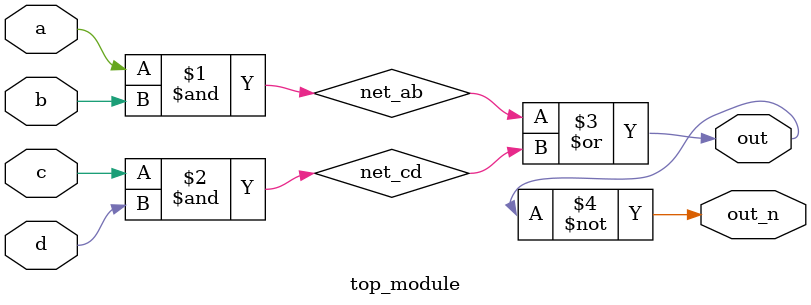
<source format=v>
`default_nettype none
module top_module(
    input a,
    input b,
    input c,
    input d,
    output out,
    output out_n   ); 

wire net_ab;  // wire 변수 선언
wire net_cd;  // wire 변수 선언

assign net_ab = a & b;  // wire 변수에 값 할당   wire net_ab = a & b;이렇게 하면 할당과 선언 동시에 가능
assign net_cd = c & d;  // wire 변수에 값 할당
assign out = net_ab | net_cd;
assign out_n = ~out;


endmodule
</source>
